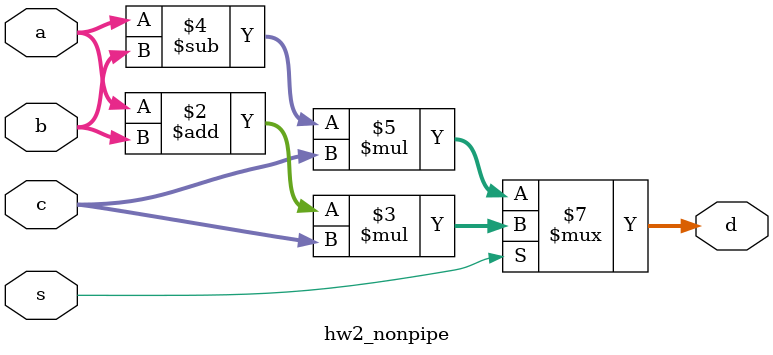
<source format=v>
`timescale 1ns/1ns
module hw2_nonpipe (input [7:0] a, b, c, input s, output [15:0] d);
    reg [15:0] d;

    always @ (a or b or c or s)
        begin
            if (s)
                d = (a + b)* c;
            else
                d = (a - b)* c;
        end
endmodule
</source>
